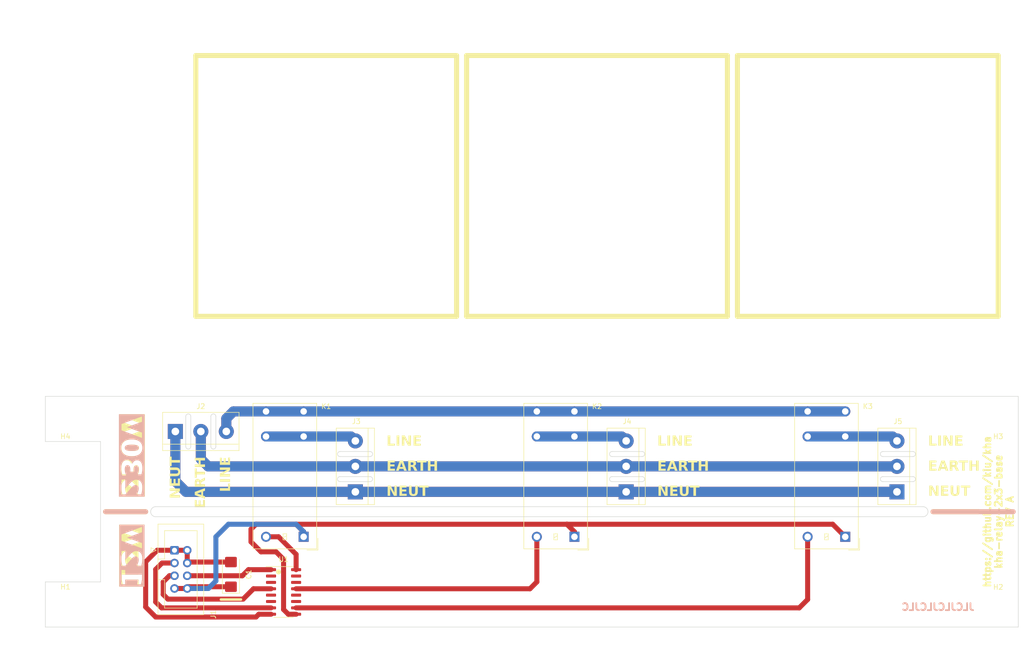
<source format=kicad_pcb>
(kicad_pcb (version 20221018) (generator pcbnew)
  (layers (0 "F.Cu" signal) (31 "B.Cu" signal) (34 "B.Paste" user) (35 "F.Paste" user) (36 "B.SilkS" user "B.Silkscreen") (37 "F.SilkS" user "F.Silkscreen") (38 "B.Mask" user) (39 "F.Mask" user) (44 "Edge.Cuts" user))
  (net 0 "")
  (net 1 "GND")
  (net 2 "NEUT")
  (net 3 "LINE")
  (net 5 "+12V")
  (net 10 "Earth")
  (net 14 "R01")
  (net 15 "R02")
  (net 16 "R03")
  (net 17 "Net-(J3-Pin_3)")
  (net 18 "Net-(J4-Pin_3)")
  (net 19 "Net-(J1-Pin_6)")
  (net 20 "Net-(J5-Pin_3)")
  (net 21 "Net-(J1-Pin_3)")
  (net 22 "Net-(J1-Pin_5)")
  (footprint "Package_SO:SOP-16_3.9x9.9mm_P1.27mm" (layer "F.Cu") (at 102.5 143)
    (fp_text reference "U1" (at 0 -6.5) (layer "F.SilkS"))
    (fp_text value "ULN2003")
    (fp_line (start 0 -5.06) (end -3.5 -5.06) (stroke (width 0.12)) (layer "F.SilkS"))
    (fp_line (start 0 -5.06) (end 1.95 -5.06) (stroke (width 0.12)) (layer "F.SilkS"))
    (fp_line (start 0 5.06) (end -1.95 5.06) (stroke (width 0.12)) (layer "F.SilkS"))
    (fp_line (start 0 5.06) (end 1.95 5.06) (stroke (width 0.12)) (layer "F.SilkS"))
    (pad "1" smd roundrect (at -2.5 -4.445) (size 2 0.6) (layers "F.Cu" "F.Paste" "F.Mask") (net 19 "Net-(J1-Pin_6)"))
    (pad "2" smd roundrect (at -2.5 -3.175) (size 2 0.6) (layers "F.Cu" "F.Paste" "F.Mask"))
    (pad "3" smd roundrect (at -2.5 -1.905) (size 2 0.6) (layers "F.Cu" "F.Paste" "F.Mask"))
    (pad "4" smd roundrect (at -2.5 -0.635) (size 2 0.6) (layers "F.Cu" "F.Paste" "F.Mask") (net 22 "Net-(J1-Pin_5)"))
    (pad "5" smd roundrect (at -2.5 0.635) (size 2 0.6) (layers "F.Cu" "F.Paste" "F.Mask"))
    (pad "6" smd roundrect (at -2.5 1.905) (size 2 0.6) (layers "F.Cu" "F.Paste" "F.Mask"))
    (pad "7" smd roundrect (at -2.5 3.175) (size 2 0.6) (layers "F.Cu" "F.Paste" "F.Mask") (net 21 "Net-(J1-Pin_3)"))
    (pad "8" smd roundrect (at -2.5 4.445) (size 2 0.6) (layers "F.Cu" "F.Paste" "F.Mask") (net 1 "GND"))
    (pad "9" smd roundrect (at 2.5 4.445) (size 2 0.6) (layers "F.Cu" "F.Paste" "F.Mask") (net 5 "+12V"))
    (pad "10" smd roundrect (at 2.5 3.175) (size 2 0.6) (layers "F.Cu" "F.Paste" "F.Mask") (net 16 "R03"))
    (pad "11" smd roundrect (at 2.5 1.905) (size 2 0.6) (layers "F.Cu" "F.Paste" "F.Mask"))
    (pad "12" smd roundrect (at 2.5 0.635) (size 2 0.6) (layers "F.Cu" "F.Paste" "F.Mask"))
    (pad "13" smd roundrect (at 2.5 -0.635) (size 2 0.6) (layers "F.Cu" "F.Paste" "F.Mask") (net 15 "R02"))
    (pad "14" smd roundrect (at 2.5 -1.905) (size 2 0.6) (layers "F.Cu" "F.Paste" "F.Mask"))
    (pad "15" smd roundrect (at 2.5 -3.175) (size 2 0.6) (layers "F.Cu" "F.Paste" "F.Mask"))
    (pad "16" smd roundrect (at 2.5 -4.445) (size 2 0.6) (layers "F.Cu" "F.Paste" "F.Mask") (net 14 "R01"))
  )
  (footprint "MountingHole:MountingHole_3.2mm_M3_DIN965" (layer "F.Cu") (at 245 146)
    (fp_text reference "H2" (at 0 -3.9625) (layer "F.SilkS"))
    (fp_text value "MountingHole")
    (pad "" np_thru_hole circle (at 0 0) (size 3.2 3.2) (drill 3.2) (layers "*.Cu" "*.Mask"))
  )
  (footprint "Capacitor_Tantalum_SMD:CP_EIA-6032-28_Kemet-C" (layer "F.Cu") (at 92 139.5 90)
    (fp_text reference "C1" (at 0 3.55 90) (layer "F.SilkS"))
    (fp_text value "220uF")
    (fp_line (start -3.76 -1.71) (end -3.76 1.71) (stroke (width 0.12)) (layer "F.SilkS"))
    (fp_line (start -3.76 1.71) (end 3 1.71) (stroke (width 0.12)) (layer "F.SilkS"))
    (fp_line (start 3 -1.71) (end -3.76 -1.71) (stroke (width 0.12)) (layer "F.SilkS"))
    (pad "1" smd roundrect (at -2.4625 0 90) (size 2.075 2.35) (layers "F.Cu" "F.Paste" "F.Mask") (roundrect_rratio 0.120482) (net 5 "+12V"))
    (pad "2" smd roundrect (at 2.4625 0 90) (size 2.075 2.35) (layers "F.Cu" "F.Paste" "F.Mask") (roundrect_rratio 0.120482) (net 1 "GND"))
  )
  (footprint "TerminalBlock:TerminalBlock_bornier-3_P5.08mm" (layer "F.Cu") (at 170.8125 123.0425 90)
    (fp_text reference "J4" (at 14.0425 0.1875 180) (layer "F.SilkS"))
    (fp_text value "Conn_01x03")
    (fp_line (start -2.54 -3.81) (end 12.7 -3.81) (stroke (width 0.12)) (layer "F.SilkS"))
    (fp_line (start -2.54 2.54) (end 12.7 2.54) (stroke (width 0.12)) (layer "F.SilkS"))
    (fp_line (start -2.54 3.81) (end -2.54 -3.81) (stroke (width 0.12)) (layer "F.SilkS"))
    (fp_line (start -2.54 3.81) (end 12.7 3.81) (stroke (width 0.12)) (layer "F.SilkS"))
    (fp_line (start 12.7 3.81) (end 12.7 -3.81) (stroke (width 0.12)) (layer "F.SilkS"))
    (pad "1" thru_hole rect (at 0 0 90) (size 3 3) (drill 1.52) (layers "*.Cu" "*.Mask") (net 2 "NEUT"))
    (pad "2" thru_hole circle (at 5.08 0 90) (size 3 3) (drill 1.52) (layers "*.Cu" "*.Mask") (net 10 "Earth"))
    (pad "3" thru_hole circle (at 10.16 0 90) (size 3 3) (drill 1.52) (layers "*.Cu" "*.Mask") (net 18 "Net-(J4-Pin_3)"))
  )
  (footprint "Connector_IDC:IDC-Header_2x04_P2.54mm_Vertical" (layer "F.Cu") (at 80.7475 134.69)
    (fp_text reference "J1" (at 7.7525 12.81 90) (layer "F.SilkS"))
    (fp_text value "Conn_02x04_Odd_Even")
    (fp_line (start -4.68 -0.5) (end -4.68 0.5) (stroke (width 0.12)) (layer "F.SilkS"))
    (fp_line (start -4.68 0.5) (end -3.68 0) (stroke (width 0.12)) (layer "F.SilkS"))
    (fp_line (start -3.68 0) (end -4.68 -0.5) (stroke (width 0.12)) (layer "F.SilkS"))
    (fp_line (start -3.29 -5.21) (end 5.83 -5.21) (stroke (width 0.12)) (layer "F.SilkS"))
    (fp_line (start -3.29 1.76) (end -1.98 1.76) (stroke (width 0.12)) (layer "F.SilkS"))
    (fp_line (start -3.29 12.83) (end -3.29 -5.21) (stroke (width 0.12)) (layer "F.SilkS"))
    (fp_line (start -1.98 -3.91) (end 4.52 -3.91) (stroke (width 0.12)) (layer "F.SilkS"))
    (fp_line (start -1.98 1.76) (end -1.98 -3.91) (stroke (width 0.12)) (layer "F.SilkS"))
    (fp_line (start -1.98 5.86) (end -3.29 5.86) (stroke (width 0.12)) (layer "F.SilkS"))
    (fp_line (start -1.98 5.86) (end -1.98 5.86) (stroke (width 0.12)) (layer "F.SilkS"))
    (fp_line (start -1.98 11.53) (end -1.98 5.86) (stroke (width 0.12)) (layer "F.SilkS"))
    (fp_line (start 4.52 -3.91) (end 4.52 11.53) (stroke (width 0.12)) (layer "F.SilkS"))
    (fp_line (start 4.52 11.53) (end -1.98 11.53) (stroke (width 0.12)) (layer "F.SilkS"))
    (fp_line (start 5.83 -5.21) (end 5.83 12.83) (stroke (width 0.12)) (layer "F.SilkS"))
    (fp_line (start 5.83 12.83) (end -3.29 12.83) (stroke (width 0.12)) (layer "F.SilkS"))
    (pad "1" thru_hole roundrect (at 0 0) (size 1.7 1.7) (drill 1) (layers "*.Cu" "*.Mask") (roundrect_rratio 0.147059) (net 1 "GND"))
    (pad "2" thru_hole circle (at 2.54 0) (size 1.7 1.7) (drill 1) (layers "*.Cu" "*.Mask") (net 1 "GND"))
    (pad "3" thru_hole circle (at 0 2.54) (size 1.7 1.7) (drill 1) (layers "*.Cu" "*.Mask") (net 21 "Net-(J1-Pin_3)"))
    (pad "4" thru_hole circle (at 2.54 2.54) (size 1.7 1.7) (drill 1) (layers "*.Cu" "*.Mask") (net 1 "GND"))
    (pad "5" thru_hole circle (at 0 5.08) (size 1.7 1.7) (drill 1) (layers "*.Cu" "*.Mask") (net 22 "Net-(J1-Pin_5)"))
    (pad "6" thru_hole circle (at 2.54 5.08) (size 1.7 1.7) (drill 1) (layers "*.Cu" "*.Mask") (net 19 "Net-(J1-Pin_6)"))
    (pad "7" thru_hole circle (at 0 7.62) (size 1.7 1.7) (drill 1) (layers "*.Cu" "*.Mask") (net 5 "+12V"))
    (pad "8" thru_hole circle (at 2.54 7.62) (size 1.7 1.7) (drill 1) (layers "*.Cu" "*.Mask") (net 5 "+12V"))
  )
  (footprint "Relay_THT:Relay_SPST_Omron_G2RL-1A-E" (layer "F.Cu") (at 160.5 132 180)
    (fp_text reference "K2" (at -4.5 26 180) (layer "F.SilkS"))
    (fp_text value "G2RL-1A-E")
    (fp_line (start -2.84 -2.64) (end -0.65 -2.64) (stroke (width 0.12)) (layer "F.SilkS"))
    (fp_line (start -2.84 -0.3) (end -2.84 -2.64) (stroke (width 0.12)) (layer "F.SilkS"))
    (fp_line (start -2.6 -2.4) (end -2.6 26.6) (stroke (width 0.12)) (layer "F.SilkS"))
    (fp_line (start -2.6 26.6) (end 10.1 26.6) (stroke (width 0.12)) (layer "F.SilkS"))
    (fp_line (start 3.4 -0.6) (end 3.4 0.6) (stroke (width 0.12)) (layer "F.SilkS"))
    (fp_line (start 3.4 0.2) (end 4.1 -0.2) (stroke (width 0.12)) (layer "F.SilkS"))
    (fp_line (start 3.4 0.6) (end 4.1 0.6) (stroke (width 0.12)) (layer "F.SilkS"))
    (fp_line (start 4.1 -0.6) (end 3.4 -0.6) (stroke (width 0.12)) (layer "F.SilkS"))
    (fp_line (start 4.1 0.6) (end 4.1 -0.6) (stroke (width 0.12)) (layer "F.SilkS"))
    (fp_line (start 10.1 -2.4) (end -2.6 -2.4) (stroke (width 0.12)) (layer "F.SilkS"))
    (fp_line (start 10.1 26.6) (end 10.1 -2.4) (stroke (width 0.12)) (layer "F.SilkS"))
    (pad "13" thru_hole circle (at 0 20 180) (size 2 2) (drill 1.3) (layers "*.Cu" "*.Mask") (net 18 "Net-(J4-Pin_3)"))
    (pad "13" thru_hole circle (at 7.5 20 180) (size 2 2) (drill 1.3) (layers "*.Cu" "*.Mask") (net 18 "Net-(J4-Pin_3)"))
    (pad "14" thru_hole circle (at 0 25 180) (size 2 2) (drill 1.3) (layers "*.Cu" "*.Mask") (net 3 "LINE"))
    (pad "14" thru_hole circle (at 7.5 25 180) (size 2 2) (drill 1.3) (layers "*.Cu" "*.Mask") (net 3 "LINE"))
    (pad "A1" thru_hole rect (at 0 0 180) (size 2 2) (drill 1.3) (layers "*.Cu" "*.Mask") (net 5 "+12V"))
    (pad "A2" thru_hole circle (at 7.5 0 180) (size 2 2) (drill 1.3) (layers "*.Cu" "*.Mask") (net 15 "R02"))
  )
  (footprint "Relay_THT:Relay_SPST_Omron_G2RL-1A-E" (layer "F.Cu") (at 106.5 132 180)
    (fp_text reference "K1" (at -4.5 26 180) (layer "F.SilkS"))
    (fp_text value "G2RL-1A-E")
    (fp_line (start -2.84 -2.64) (end -0.65 -2.64) (stroke (width 0.12)) (layer "F.SilkS"))
    (fp_line (start -2.84 -0.3) (end -2.84 -2.64) (stroke (width 0.12)) (layer "F.SilkS"))
    (fp_line (start -2.6 -2.4) (end -2.6 26.6) (stroke (width 0.12)) (layer "F.SilkS"))
    (fp_line (start -2.6 26.6) (end 10.1 26.6) (stroke (width 0.12)) (layer "F.SilkS"))
    (fp_line (start 3.4 -0.6) (end 3.4 0.6) (stroke (width 0.12)) (layer "F.SilkS"))
    (fp_line (start 3.4 0.2) (end 4.1 -0.2) (stroke (width 0.12)) (layer "F.SilkS"))
    (fp_line (start 3.4 0.6) (end 4.1 0.6) (stroke (width 0.12)) (layer "F.SilkS"))
    (fp_line (start 4.1 -0.6) (end 3.4 -0.6) (stroke (width 0.12)) (layer "F.SilkS"))
    (fp_line (start 4.1 0.6) (end 4.1 -0.6) (stroke (width 0.12)) (layer "F.SilkS"))
    (fp_line (start 10.1 -2.4) (end -2.6 -2.4) (stroke (width 0.12)) (layer "F.SilkS"))
    (fp_line (start 10.1 26.6) (end 10.1 -2.4) (stroke (width 0.12)) (layer "F.SilkS"))
    (pad "13" thru_hole circle (at 0 20 180) (size 2 2) (drill 1.3) (layers "*.Cu" "*.Mask") (net 17 "Net-(J3-Pin_3)"))
    (pad "13" thru_hole circle (at 7.5 20 180) (size 2 2) (drill 1.3) (layers "*.Cu" "*.Mask") (net 17 "Net-(J3-Pin_3)"))
    (pad "14" thru_hole circle (at 0 25 180) (size 2 2) (drill 1.3) (layers "*.Cu" "*.Mask") (net 3 "LINE"))
    (pad "14" thru_hole circle (at 7.5 25 180) (size 2 2) (drill 1.3) (layers "*.Cu" "*.Mask") (net 3 "LINE"))
    (pad "A1" thru_hole rect (at 0 0 180) (size 2 2) (drill 1.3) (layers "*.Cu" "*.Mask") (net 5 "+12V"))
    (pad "A2" thru_hole circle (at 7.5 0 180) (size 2 2) (drill 1.3) (layers "*.Cu" "*.Mask") (net 14 "R01"))
  )
  (footprint "TerminalBlock:TerminalBlock_bornier-3_P5.08mm" (layer "F.Cu") (at 224.8125 123.0425 90)
    (fp_text reference "J5" (at 14.0425 0.1875 180) (layer "F.SilkS"))
    (fp_text value "Conn_01x03")
    (fp_line (start -2.54 -3.81) (end 12.7 -3.81) (stroke (width 0.12)) (layer "F.SilkS"))
    (fp_line (start -2.54 2.54) (end 12.7 2.54) (stroke (width 0.12)) (layer "F.SilkS"))
    (fp_line (start -2.54 3.81) (end -2.54 -3.81) (stroke (width 0.12)) (layer "F.SilkS"))
    (fp_line (start -2.54 3.81) (end 12.7 3.81) (stroke (width 0.12)) (layer "F.SilkS"))
    (fp_line (start 12.7 3.81) (end 12.7 -3.81) (stroke (width 0.12)) (layer "F.SilkS"))
    (pad "1" thru_hole rect (at 0 0 90) (size 3 3) (drill 1.52) (layers "*.Cu" "*.Mask") (net 2 "NEUT"))
    (pad "2" thru_hole circle (at 5.08 0 90) (size 3 3) (drill 1.52) (layers "*.Cu" "*.Mask") (net 10 "Earth"))
    (pad "3" thru_hole circle (at 10.16 0 90) (size 3 3) (drill 1.52) (layers "*.Cu" "*.Mask") (net 20 "Net-(J5-Pin_3)"))
  )
  (footprint "TerminalBlock:TerminalBlock_bornier-3_P5.08mm" (layer "F.Cu") (at 80.92 111)
    (fp_text reference "J2" (at 5.08 -5) (layer "F.SilkS"))
    (fp_text value "Conn_01x03")
    (fp_line (start -2.54 -3.81) (end 12.7 -3.81) (stroke (width 0.12)) (layer "F.SilkS"))
    (fp_line (start -2.54 2.54) (end 12.7 2.54) (stroke (width 0.12)) (layer "F.SilkS"))
    (fp_line (start -2.54 3.81) (end -2.54 -3.81) (stroke (width 0.12)) (layer "F.SilkS"))
    (fp_line (start -2.54 3.81) (end 12.7 3.81) (stroke (width 0.12)) (layer "F.SilkS"))
    (fp_line (start 12.7 3.81) (end 12.7 -3.81) (stroke (width 0.12)) (layer "F.SilkS"))
    (pad "1" thru_hole rect (at 0 0) (size 3 3) (drill 1.52) (layers "*.Cu" "*.Mask") (net 2 "NEUT"))
    (pad "2" thru_hole circle (at 5.08 0) (size 3 3) (drill 1.52) (layers "*.Cu" "*.Mask") (net 10 "Earth"))
    (pad "3" thru_hole circle (at 10.16 0) (size 3 3) (drill 1.52) (layers "*.Cu" "*.Mask") (net 3 "LINE"))
  )
  (footprint "MountingHole:MountingHole_3.2mm_M3_DIN965" (layer "F.Cu") (at 59 108)
    (fp_text reference "H4" (at 0 4) (layer "F.SilkS"))
    (fp_text value "MountingHole")
    (pad "" np_thru_hole circle (at 0 0) (size 3.2 3.2) (drill 3.2) (layers "*.Cu" "*.Mask"))
  )
  (footprint "Relay_THT:Relay_SPST_Omron_G2RL-1A-E" (layer "F.Cu") (at 214.5 132 180)
    (fp_text reference "K3" (at -4.5 26 180) (layer "F.SilkS"))
    (fp_text value "G2RL-1A-E")
    (fp_line (start -2.84 -2.64) (end -0.65 -2.64) (stroke (width 0.12)) (layer "F.SilkS"))
    (fp_line (start -2.84 -0.3) (end -2.84 -2.64) (stroke (width 0.12)) (layer "F.SilkS"))
    (fp_line (start -2.6 -2.4) (end -2.6 26.6) (stroke (width 0.12)) (layer "F.SilkS"))
    (fp_line (start -2.6 26.6) (end 10.1 26.6) (stroke (width 0.12)) (layer "F.SilkS"))
    (fp_line (start 3.4 -0.6) (end 3.4 0.6) (stroke (width 0.12)) (layer "F.SilkS"))
    (fp_line (start 3.4 0.2) (end 4.1 -0.2) (stroke (width 0.12)) (layer "F.SilkS"))
    (fp_line (start 3.4 0.6) (end 4.1 0.6) (stroke (width 0.12)) (layer "F.SilkS"))
    (fp_line (start 4.1 -0.6) (end 3.4 -0.6) (stroke (width 0.12)) (layer "F.SilkS"))
    (fp_line (start 4.1 0.6) (end 4.1 -0.6) (stroke (width 0.12)) (layer "F.SilkS"))
    (fp_line (start 10.1 -2.4) (end -2.6 -2.4) (stroke (width 0.12)) (layer "F.SilkS"))
    (fp_line (start 10.1 26.6) (end 10.1 -2.4) (stroke (width 0.12)) (layer "F.SilkS"))
    (pad "13" thru_hole circle (at 0 20 180) (size 2 2) (drill 1.3) (layers "*.Cu" "*.Mask") (net 20 "Net-(J5-Pin_3)"))
    (pad "13" thru_hole circle (at 7.5 20 180) (size 2 2) (drill 1.3) (layers "*.Cu" "*.Mask") (net 20 "Net-(J5-Pin_3)"))
    (pad "14" thru_hole circle (at 0 25 180) (size 2 2) (drill 1.3) (layers "*.Cu" "*.Mask") (net 3 "LINE"))
    (pad "14" thru_hole circle (at 7.5 25 180) (size 2 2) (drill 1.3) (layers "*.Cu" "*.Mask") (net 3 "LINE"))
    (pad "A1" thru_hole rect (at 0 0 180) (size 2 2) (drill 1.3) (layers "*.Cu" "*.Mask") (net 5 "+12V"))
    (pad "A2" thru_hole circle (at 7.5 0 180) (size 2 2) (drill 1.3) (layers "*.Cu" "*.Mask") (net 16 "R03"))
  )
  (footprint "MountingHole:MountingHole_3.2mm_M3_DIN965" (layer "F.Cu") (at 59 146)
    (fp_text reference "H1" (at 0 -4) (layer "F.SilkS"))
    (fp_text value "MountingHole")
    (pad "" np_thru_hole circle (at 0 0) (size 3.2 3.2) (drill 3.2) (layers "*.Cu" "*.Mask"))
  )
  (footprint "MountingHole:MountingHole_3.2mm_M3_DIN965" (layer "F.Cu") (at 245 108)
    (fp_text reference "H3" (at 0 4) (layer "F.SilkS"))
    (fp_text value "MountingHole")
    (pad "" np_thru_hole circle (at 0 0) (size 3.2 3.2) (drill 3.2) (layers "*.Cu" "*.Mask"))
  )
  (footprint "TerminalBlock:TerminalBlock_bornier-3_P5.08mm" (layer "F.Cu") (at 116.8125 123.0425 90)
    (fp_text reference "J3" (at 14.0425 0.1875 180) (layer "F.SilkS"))
    (fp_text value "Conn_01x03")
    (fp_line (start -2.54 -3.81) (end 12.7 -3.81) (stroke (width 0.12)) (layer "F.SilkS"))
    (fp_line (start -2.54 2.54) (end 12.7 2.54) (stroke (width 0.12)) (layer "F.SilkS"))
    (fp_line (start -2.54 3.81) (end -2.54 -3.81) (stroke (width 0.12)) (layer "F.SilkS"))
    (fp_line (start -2.54 3.81) (end 12.7 3.81) (stroke (width 0.12)) (layer "F.SilkS"))
    (fp_line (start 12.7 3.81) (end 12.7 -3.81) (stroke (width 0.12)) (layer "F.SilkS"))
    (pad "1" thru_hole rect (at 0 0 90) (size 3 3) (drill 1.52) (layers "*.Cu" "*.Mask") (net 2 "NEUT"))
    (pad "2" thru_hole circle (at 5.08 0 90) (size 3 3) (drill 1.52) (layers "*.Cu" "*.Mask") (net 10 "Earth"))
    (pad "3" thru_hole circle (at 10.16 0 90) (size 3 3) (drill 1.52) (layers "*.Cu" "*.Mask") (net 17 "Net-(J3-Pin_3)"))
  )
  (gr_line (start 248 127) (end 232 127) (stroke (width 1)) (layer "B.SilkS"))
  (gr_line (start 75 127) (end 67 127) (stroke (width 1)) (layer "B.SilkS"))
  (gr_line (start 75 127) (end 67 127) (stroke (width 1)) (layer "F.SilkS"))
  (gr_line (start 137 36.0375) (end 85 36.0375) (stroke (width 1)) (layer "F.SilkS"))
  (gr_line (start 245 36.0375) (end 193 36.0375) (stroke (width 1)) (layer "F.SilkS"))
  (gr_line (start 191 36.0375) (end 139 36.0375) (stroke (width 1)) (layer "F.SilkS"))
  (gr_line (start 245 88.0375) (end 245 36.0375) (stroke (width 1)) (layer "F.SilkS"))
  (gr_line (start 85 36.0375) (end 85 88.0375) (stroke (width 1)) (layer "F.SilkS"))
  (gr_line (start 139 88.0375) (end 191 88.0375) (stroke (width 1)) (layer "F.SilkS"))
  (gr_line (start 241 127) (end 232 127) (stroke (width 1)) (layer "F.SilkS"))
  (gr_line (start 139 36.0375) (end 139 88.0375) (stroke (width 1)) (layer "F.SilkS"))
  (gr_circle (center 101.5 139) (end 101.499999 139) (stroke (width 0.5)) (fill none) (layer "F.SilkS"))
  (gr_line (start 193 36.0375) (end 193 88.0375) (stroke (width 1)) (layer "F.SilkS"))
  (gr_line (start 85 88.0375) (end 137 88.0375) (stroke (width 1)) (layer "F.SilkS"))
  (gr_line (start 137 88.0375) (end 137 36.0375) (stroke (width 1)) (layer "F.SilkS"))
  (gr_line (start 94 144.5) (end 90 144.5) (stroke (width 0.5)) (layer "F.SilkS"))
  (gr_line (start 193 88.0375) (end 245 88.0375) (stroke (width 1)) (layer "F.SilkS"))
  (gr_line (start 191 88.0375) (end 191 36.0375) (stroke (width 1)) (layer "F.SilkS"))
  (gr_arc (start 89 114) (mid 88.5 114.5) (end 88 114) (stroke (width 0.1)) (layer "Edge.Cuts"))
  (gr_arc (start 77 128) (mid 76 127) (end 77 126) (stroke (width 0.1)) (layer "Edge.Cuts"))
  (gr_line (start 119.75 116) (end 113.75 116) (stroke (width 0.1)) (layer "Edge.Cuts"))
  (gr_arc (start 113.75 116) (mid 113.25 115.5) (end 113.75 115) (stroke (width 0.1)) (layer "Edge.Cuts"))
  (gr_arc (start 174 120) (mid 174.5 120.5) (end 174 121) (stroke (width 0.1)) (layer "Edge.Cuts"))
  (gr_arc (start 119.75 120) (mid 120.25 120.5) (end 119.75 121) (stroke (width 0.1)) (layer "Edge.Cuts"))
  (gr_line (start 228 116) (end 222 116) (stroke (width 0.1)) (layer "Edge.Cuts"))
  (gr_line (start 55 113) (end 66 113) (stroke (width 0.1)) (layer "Edge.Cuts"))
  (gr_line (start 84 114) (end 84 108) (stroke (width 0.1)) (layer "Edge.Cuts"))
  (gr_line (start 119.75 120) (end 113.75 120) (stroke (width 0.1)) (layer "Edge.Cuts"))
  (gr_line (start 249 104) (end 55 104) (stroke (width 0.1)) (layer "Edge.Cuts"))
  (gr_line (start 55 141) (end 55 150) (stroke (width 0.1)) (layer "Edge.Cuts"))
  (gr_line (start 83 114) (end 83 108) (stroke (width 0.1)) (layer "Edge.Cuts"))
  (gr_line (start 89 114) (end 89 108) (stroke (width 0.1)) (layer "Edge.Cuts"))
  (gr_arc (start 88 108) (mid 88.5 107.5) (end 89 108) (stroke (width 0.1)) (layer "Edge.Cuts"))
  (gr_line (start 119.75 115) (end 113.75 115) (stroke (width 0.1)) (layer "Edge.Cuts"))
  (gr_arc (start 228 115) (mid 228.5 115.5) (end 228 116) (stroke (width 0.1)) (layer "Edge.Cuts"))
  (gr_arc (start 174 115) (mid 174.5 115.5) (end 174 116) (stroke (width 0.1)) (layer "Edge.Cuts"))
  (gr_arc (start 168 116) (mid 167.5 115.5) (end 168 115) (stroke (width 0.1)) (layer "Edge.Cuts"))
  (gr_line (start 55 150) (end 249 150) (stroke (width 0.1)) (layer "Edge.Cuts"))
  (gr_arc (start 113.75 121) (mid 113.25 120.5) (end 113.75 120) (stroke (width 0.1)) (layer "Edge.Cuts"))
  (gr_line (start 174 115) (end 168 115) (stroke (width 0.1)) (layer "Edge.Cuts"))
  (gr_line (start 174 116) (end 168 116) (stroke (width 0.1)) (layer "Edge.Cuts"))
  (gr_arc (start 84 114) (mid 83.5 114.5) (end 83 114) (stroke (width 0.1)) (layer "Edge.Cuts"))
  (gr_line (start 249 150) (end 249 104) (stroke (width 0.1)) (layer "Edge.Cuts"))
  (gr_line (start 174 120) (end 168 120) (stroke (width 0.1)) (layer "Edge.Cuts"))
  (gr_line (start 88 114) (end 88 108) (stroke (width 0.1)) (layer "Edge.Cuts"))
  (gr_arc (start 83 108) (mid 83.5 107.5) (end 84 108) (stroke (width 0.1)) (layer "Edge.Cuts"))
  (gr_line (start 174 121) (end 168 121) (stroke (width 0.1)) (layer "Edge.Cuts"))
  (gr_arc (start 230 126) (mid 231 127) (end 230 128) (stroke (width 0.1)) (layer "Edge.Cuts"))
  (gr_line (start 55 113) (end 55 104) (stroke (width 0.1)) (layer "Edge.Cuts"))
  (gr_line (start 119.75 121) (end 113.75 121) (stroke (width 0.1)) (layer "Edge.Cuts"))
  (gr_arc (start 222 121) (mid 221.5 120.5) (end 222 120) (stroke (width 0.1)) (layer "Edge.Cuts"))
  (gr_arc (start 168 121) (mid 167.5 120.5) (end 168 120) (stroke (width 0.1)) (layer "Edge.Cuts"))
  (gr_line (start 228 115) (end 222 115) (stroke (width 0.1)) (layer "Edge.Cuts"))
  (gr_line (start 66 141) (end 55 141) (stroke (width 0.1)) (layer "Edge.Cuts"))
  (gr_arc (start 119.75 115) (mid 120.25 115.5) (end 119.75 116) (stroke (width 0.1)) (layer "Edge.Cuts"))
  (gr_arc (start 222 116) (mid 221.5 115.5) (end 222 115) (stroke (width 0.1)) (layer "Edge.Cuts"))
  (gr_arc (start 228 120) (mid 228.5 120.5) (end 228 121) (stroke (width 0.1)) (layer "Edge.Cuts"))
  (gr_line (start 228 120) (end 222 120) (stroke (width 0.1)) (layer "Edge.Cuts"))
  (gr_line (start 66 113) (end 66 141) (stroke (width 0.1)) (layer "Edge.Cuts"))
  (gr_line (start 77 126) (end 230 126) (stroke (width 0.1)) (layer "Edge.Cuts"))
  (gr_line (start 77 128) (end 230 128) (stroke (width 0.1)) (layer "Edge.Cuts"))
  (gr_line (start 228 121) (end 222 121) (stroke (width 0.1)) (layer "Edge.Cuts"))
  (gr_text "12V" (at 69.5 130 270) (layer "B.SilkS" knockout) (effects (font (size 4 4) (thickness 0.2) bold) (justify right bottom mirror)))
  (gr_text "JLCJLCJLCJLC" (at 233 146) (layer "B.SilkS") (effects (font (size 1.4 1.4) (thickness 0.35) bold) (justify mirror)))
  (gr_text "230V" (at 69.5 124 270) (layer "B.SilkS" knockout) (effects (font (size 4 4) (thickness 0.2) bold) (justify left bottom mirror)))
  (gr_text "12V" (at 75 130 90) (layer "F.SilkS" knockout) (effects (font (size 4 4) (thickness 0.2) bold) (justify right bottom)))
  (gr_text "NEUT" (at 177 123) (layer "F.SilkS") (effects (font (size 2 2) (thickness 0.4) bold) (justify left)))
  (gr_text "EARTH" (at 231 118) (layer "F.SilkS") (effects (font (size 2 2) (thickness 0.4) bold) (justify left)))
  (gr_text "NEUT" (at 231 123) (layer "F.SilkS") (effects (font (size 2 2) (thickness 0.4) bold) (justify left)))
  (gr_text "NEUT" (at 81 116 90) (layer "F.SilkS") (effects (font (size 2 2) (thickness 0.4) bold) (justify right)))
  (gr_text "LINE" (at 123 113) (layer "F.SilkS") (effects (font (size 2 2) (thickness 0.4) bold) (justify left)))
  (gr_text "LINE" (at 91 116 90) (layer "F.SilkS") (effects (font (size 2 2) (thickness 0.4) bold) (justify right)))
  (gr_text "LINE" (at 231 113) (layer "F.SilkS") (effects (font (size 2 2) (thickness 0.4) bold) (justify left)))
  (gr_text "LINE" (at 177 113) (layer "F.SilkS") (effects (font (size 2 2) (thickness 0.4) bold) (justify left)))
  (gr_text "230V" (at 75 124 90) (layer "F.SilkS" knockout) (effects (font (size 4 4) (thickness 0.2) bold) (justify left bottom)))
  (gr_text "EARTH" (at 177 118) (layer "F.SilkS") (effects (font (size 2 2) (thickness 0.4) bold) (justify left)))
  (gr_text "https://github.com/kiu/kha\nkha-relay-2x3-base\nREV A" (at 242 127 90) (layer "F.SilkS") (effects (font (size 1.4 1.4) (thickness 0.35) bold) (justify top)))
  (gr_text "NEUT" (at 123 123) (layer "F.SilkS") (effects (font (size 2 2) (thickness 0.4) bold) (justify left)))
  (gr_text "EARTH" (at 123 118) (layer "F.SilkS") (effects (font (size 2 2) (thickness 0.4) bold) (justify left)))
  (gr_text "EARTH" (at 86 116 90) (layer "F.SilkS") (effects (font (size 2 2) (thickness 0.4) bold) (justify right)))
  (segment (start 80.7475 134.69) (end 83.2875 134.69) (width 1) (layer "F.Cu") (net 1))
  (segment (start 92 137.0375) (end 83.48 137.0375) (width 1) (layer "F.Cu") (net 1))
  (segment (start 75 137) (end 75 146) (width 1) (layer "F.Cu") (net 1))
  (segment (start 83.2875 134.69) (end 83.2875 137.23) (width 1) (layer "F.Cu") (net 1))
  (segment (start 80.7475 134.69) (end 77.31 134.69) (width 1) (layer "F.Cu") (net 1))
  (segment (start 97.555 147.445) (end 100 147.445) (width 1) (layer "F.Cu") (net 1))
  (segment (start 97 148) (end 97.555 147.445) (width 1) (layer "F.Cu") (net 1))
  (segment (start 77.31 134.69) (end 75 137) (width 1) (layer "F.Cu") (net 1))
  (segment (start 77 148) (end 97 148) (width 1) (layer "F.Cu") (net 1))
  (segment (start 75 146) (end 77 148) (width 1) (layer "F.Cu") (net 1))
  (segment (start 83.48 137.0375) (end 83.2875 137.23) (width 1) (layer "F.Cu") (net 1))
  (segment (start 224.8125 123.0425) (end 170.8125 123.0425) (width 2) (layer "F.Cu") (net 2))
  (segment (start 80.92 120.92) (end 83.0425 123.0425) (width 2) (layer "F.Cu") (net 2))
  (segment (start 83.0425 123.0425) (end 116.8125 123.0425) (width 2) (layer "F.Cu") (net 2))
  (segment (start 170.8125 123.0425) (end 116.8125 123.0425) (width 2) (layer "F.Cu") (net 2))
  (segment (start 80.92 120.92) (end 80.92 111) (width 2) (layer "F.Cu") (net 2))
  (segment (start 224.8125 123.0425) (end 170.8125 123.0425) (width 2) (layer "B.Cu") (net 2))
  (segment (start 83.0425 123.0425) (end 116.8125 123.0425) (width 2) (layer "B.Cu") (net 2))
  (segment (start 116.8125 123.0425) (end 170.8125 123.0425) (width 2) (layer "B.Cu") (net 2))
  (segment (start 80.92 111) (end 80.92 120.92) (width 2) (layer "B.Cu") (net 2))
  (segment (start 80.92 120.92) (end 83.0425 123.0425) (width 2) (layer "B.Cu") (net 2))
  (segment (start 153 107) (end 160.5 107) (width 2) (layer "F.Cu") (net 3))
  (segment (start 106.5 107) (end 153 107) (width 2) (layer "F.Cu") (net 3))
  (segment (start 160.5 107) (end 207 107) (width 2) (layer "F.Cu") (net 3))
  (segment (start 91.08 108.42) (end 92.5 107) (width 2) (layer "F.Cu") (net 3))
  (segment (start 207 107) (end 214.5 107) (width 2) (layer "F.Cu") (net 3))
  (segment (start 91.08 111) (end 91.08 108.42) (width 2) (layer "F.Cu") (net 3))
  (segment (start 99 107) (end 106.5 107) (width 2) (layer "F.Cu") (net 3))
  (segment (start 92.5 107) (end 99 107) (width 2) (layer "F.Cu") (net 3))
  (segment (start 99 107) (end 106.5 107) (width 2) (layer "B.Cu") (net 3))
  (segment (start 160.5 107) (end 207 107) (width 2) (layer "B.Cu") (net 3))
  (segment (start 91.08 111) (end 91.08 108.42) (width 2) (layer "B.Cu") (net 3))
  (segment (start 106.5 107) (end 153 107) (width 2) (layer "B.Cu") (net 3))
  (segment (start 207 107) (end 214.5 107) (width 2) (layer "B.Cu") (net 3))
  (segment (start 92.5 107) (end 99 107) (width 2) (layer "B.Cu") (net 3))
  (segment (start 91.08 108.42) (end 92.5 107) (width 2) (layer "B.Cu") (net 3))
  (segment (start 153 107) (end 160.5 107) (width 2) (layer "B.Cu") (net 3))
  (segment (start 159 129.5) (end 212 129.5) (width 1) (layer "F.Cu") (net 5))
  (segment (start 102.5 146.5) (end 102.5 136.5) (width 1) (layer "F.Cu") (net 5))
  (segment (start 96 130.5) (end 97 129.5) (width 1) (layer "F.Cu") (net 5))
  (segment (start 102.5 136.5) (end 101 135) (width 1) (layer "F.Cu") (net 5))
  (segment (start 96 133) (end 96 130.5) (width 1) (layer "F.Cu") (net 5))
  (segment (start 160.5 132) (end 160.5 131) (width 1) (layer "F.Cu") (net 5))
  (segment (start 101 135) (end 98 135) (width 1) (layer "F.Cu") (net 5))
  (segment (start 106.5 131) (end 105 129.5) (width 1) (layer "F.Cu") (net 5))
  (segment (start 212 129.5) (end 214.5 132) (width 1) (layer "F.Cu") (net 5))
  (segment (start 80.7475 142.31) (end 83.2875 142.31) (width 1) (layer "F.Cu") (net 5))
  (segment (start 103.445 147.445) (end 102.5 146.5) (width 1) (layer "F.Cu") (net 5))
  (segment (start 105 147.445) (end 103.445 147.445) (width 1) (layer "F.Cu") (net 5))
  (segment (start 97 129.5) (end 105 129.5) (width 1) (layer "F.Cu") (net 5))
  (segment (start 106.5 132) (end 106.5 131) (width 1) (layer "F.Cu") (net 5))
  (segment (start 98 135) (end 96 133) (width 1) (layer "F.Cu") (net 5))
  (segment (start 83.635 141.9625) (end 83.2875 142.31) (width 1) (layer "F.Cu") (net 5))
  (segment (start 160.5 131) (end 159 129.5) (width 1) (layer "F.Cu") (net 5))
  (segment (start 105 129.5) (end 159 129.5) (width 1) (layer "F.Cu") (net 5))
  (segment (start 92 141.9625) (end 83.635 141.9625) (width 1) (layer "F.Cu") (net 5))
  (segment (start 89 140.81) (end 87.5 142.31) (width 1) (layer "B.Cu") (net 5))
  (segment (start 87.5 142.31) (end 83.2875 142.31) (width 1) (layer "B.Cu") (net 5))
  (segment (start 106.5 131) (end 105 129.5) (width 1) (layer "B.Cu") (net 5))
  (segment (start 105 129.5) (end 91.5 129.5) (width 1) (layer "B.Cu") (net 5))
  (segment (start 89 132) (end 89 140.81) (width 1) (layer "B.Cu") (net 5))
  (segment (start 106.5 132) (end 106.5 131) (width 1) (layer "B.Cu") (net 5))
  (segment (start 91.5 129.5) (end 89 132) (width 1) (layer "B.Cu") (net 5))
  (segment (start 224.8125 117.9625) (end 170.8125 117.9625) (width 2) (layer "F.Cu") (net 10))
  (segment (start 86 111) (end 86 116.5) (width 2) (layer "F.Cu") (net 10))
  (segment (start 86 116.5) (end 87.4625 117.9625) (width 2) (layer "F.Cu") (net 10))
  (segment (start 87.4625 117.9625) (end 116.8125 117.9625) (width 2) (layer "F.Cu") (net 10))
  (segment (start 170.8125 117.9625) (end 116.8125 117.9625) (width 2) (layer "F.Cu") (net 10))
  (segment (start 86 111) (end 86 116.5) (width 2) (layer "B.Cu") (net 10))
  (segment (start 224.8125 117.9625) (end 170.8125 117.9625) (width 2) (layer "B.Cu") (net 10))
  (segment (start 116.8125 117.9625) (end 170.8125 117.9625) (width 2) (layer "B.Cu") (net 10))
  (segment (start 86 116.5) (end 87.4625 117.9625) (width 2) (layer "B.Cu") (net 10))
  (segment (start 87.4625 117.9625) (end 116.8125 117.9625) (width 2) (layer "B.Cu") (net 10))
  (segment (start 99 132) (end 101.5 132) (width 1) (layer "F.Cu") (net 14))
  (segment (start 101.5 132) (end 105 135.5) (width 1) (layer "F.Cu") (net 14))
  (segment (start 105 135.5) (end 105 138.555) (width 1) (layer "F.Cu") (net 14))
  (segment (start 105 142.365) (end 151.635 142.365) (width 1) (layer "F.Cu") (net 15))
  (segment (start 151.635 142.365) (end 153 141) (width 1) (layer "F.Cu") (net 15))
  (segment (start 153 141) (end 153 132) (width 1) (layer "F.Cu") (net 15))
  (segment (start 205.325 146.175) (end 207 144.5) (width 1) (layer "F.Cu") (net 16))
  (segment (start 105 146.175) (end 205.325 146.175) (width 1) (layer "F.Cu") (net 16))
  (segment (start 207 144.5) (end 207 132) (width 1) (layer "F.Cu") (net 16))
  (segment (start 99 112) (end 106.5 112) (width 2) (layer "F.Cu") (net 17))
  (segment (start 115.93 112) (end 116.8125 112.8825) (width 2) (layer "F.Cu") (net 17))
  (segment (start 106.5 112) (end 115.93 112) (width 2) (layer "F.Cu") (net 17))
  (segment (start 115.93 112) (end 116.8125 112.8825) (width 2) (layer "B.Cu") (net 17))
  (segment (start 106.5 112) (end 115.93 112) (width 2) (layer "B.Cu") (net 17))
  (segment (start 99 112) (end 106.5 112) (width 2) (layer "B.Cu") (net 17))
  (segment (start 169.93 112) (end 170.8125 112.8825) (width 2) (layer "F.Cu") (net 18))
  (segment (start 160.5 112) (end 169.93 112) (width 2) (layer "F.Cu") (net 18))
  (segment (start 153 112) (end 160.5 112) (width 2) (layer "F.Cu") (net 18))
  (segment (start 160.5 112) (end 169.93 112) (width 2) (layer "B.Cu") (net 18))
  (segment (start 169.93 112) (end 170.8125 112.8825) (width 2) (layer "B.Cu") (net 18))
  (segment (start 153 112) (end 160.5 112) (width 2) (layer "B.Cu") (net 18))
  (segment (start 95.5 138.555) (end 100 138.555) (width 1) (layer "F.Cu") (net 19))
  (segment (start 94.285 139.77) (end 83.2875 139.77) (width 1) (layer "F.Cu") (net 19))
  (segment (start 94.285 139.77) (end 95.5 138.555) (width 1) (layer "F.Cu") (net 19))
  (segment (start 214.5 112) (end 223.93 112) (width 2) (layer "F.Cu") (net 20))
  (segment (start 207 112) (end 214.5 112) (width 2) (layer "F.Cu") (net 20))
  (segment (start 223.93 112) (end 224.8125 112.8825) (width 2) (layer "F.Cu") (net 20))
  (segment (start 207 112) (end 214.5 112) (width 2) (layer "B.Cu") (net 20))
  (segment (start 214.5 112) (end 223.93 112) (width 2) (layer "B.Cu") (net 20))
  (segment (start 223.93 112) (end 224.8125 112.8825) (width 2) (layer "B.Cu") (net 20))
  (segment (start 77 145) (end 78.175 146.175) (width 1) (layer "F.Cu") (net 21))
  (segment (start 77 138.5) (end 77 145) (width 1) (layer "F.Cu") (net 21))
  (segment (start 78.175 146.175) (end 100 146.175) (width 1) (layer "F.Cu") (net 21))
  (segment (start 78.27 137.23) (end 77 138.5) (width 1) (layer "F.Cu") (net 21))
  (segment (start 80.7475 137.23) (end 78.27 137.23) (width 1) (layer "F.Cu") (net 21))
  (segment (start 79.4325 144.4325) (end 94.4325 144.4325) (width 1) (layer "F.Cu") (net 22))
  (segment (start 96.5 142.365) (end 100 142.365) (width 1) (layer "F.Cu") (net 22))
  (segment (start 80.7475 139.77) (end 79.73 139.77) (width 1) (layer "F.Cu") (net 22))
  (segment (start 94.4325 144.4325) (end 96.5 142.365) (width 1) (layer "F.Cu") (net 22))
  (segment (start 78.5 143.5) (end 79.4325 144.4325) (width 1) (layer "F.Cu") (net 22))
  (segment (start 79.73 139.77) (end 78.5 141) (width 1) (layer "F.Cu") (net 22))
  (segment (start 78.5 141) (end 78.5 143.5) (width 1) (layer "F.Cu") (net 22))
)
</source>
